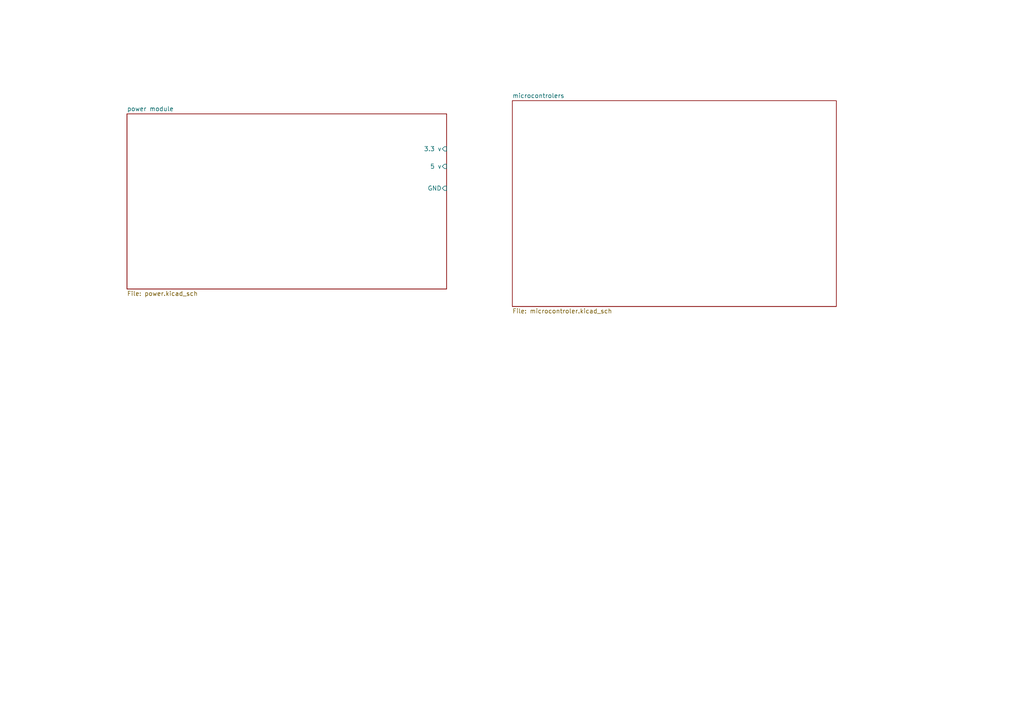
<source format=kicad_sch>
(kicad_sch (version 20230121) (generator eeschema)
  (paper "A4")
  (lib_symbols)
  (sheet (at 36.83 33.02) (size 92.71 50.8) (stroke (width 0.1524))
    (property "Sheetname" "power module" (at 36.83 32.3084 0) (effects (justify left bottom)))
    (property "Sheetfile" "power.kicad_sch" (at 36.83 84.4046 0) (effects (justify left top)))
    (pin "3.3 v" input (at 129.54 43.18 0))
    (pin "5 v" input (at 129.54 48.26 0))
    (pin "GND" input (at 129.54 54.61 0))
  )
  (sheet (at 148.59 29.21) (size 93.98 59.69) (stroke (width 0.1524))
    (property "Sheetname" "microcontrolers" (at 148.59 28.4984 0) (effects (justify left bottom)))
    (property "Sheetfile" "microcontroler.kicad_sch" (at 148.59 89.4846 0) (effects (justify left top)))
  )
)
</source>
